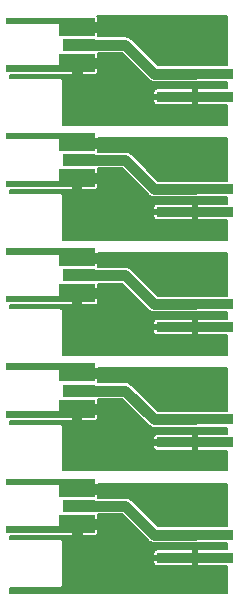
<source format=gbr>
G04 #@! TF.GenerationSoftware,KiCad,Pcbnew,(5.0.2)-1*
G04 #@! TF.CreationDate,2019-09-04T12:50:55-04:00*
G04 #@! TF.ProjectId,MMCX_2DD-100P_Even,4d4d4358-5f32-4444-942d-313030505f45,rev?*
G04 #@! TF.SameCoordinates,Original*
G04 #@! TF.FileFunction,Copper,L2,Bot*
G04 #@! TF.FilePolarity,Positive*
%FSLAX46Y46*%
G04 Gerber Fmt 4.6, Leading zero omitted, Abs format (unit mm)*
G04 Created by KiCad (PCBNEW (5.0.2)-1) date 9/4/2019 12:50:55 PM*
%MOMM*%
%LPD*%
G01*
G04 APERTURE LIST*
G04 #@! TA.AperFunction,SMDPad,CuDef*
%ADD10R,6.477000X0.883920*%
G04 #@! TD*
G04 #@! TA.AperFunction,SMDPad,CuDef*
%ADD11R,2.695200X1.092200*%
G04 #@! TD*
G04 #@! TA.AperFunction,SMDPad,CuDef*
%ADD12C,1.525300*%
G04 #@! TD*
G04 #@! TA.AperFunction,Conductor*
%ADD13C,0.100000*%
G04 #@! TD*
G04 #@! TA.AperFunction,ViaPad*
%ADD14C,0.800000*%
G04 #@! TD*
G04 #@! TA.AperFunction,Conductor*
%ADD15C,0.896620*%
G04 #@! TD*
G04 #@! TA.AperFunction,Conductor*
%ADD16C,0.883920*%
G04 #@! TD*
G04 #@! TA.AperFunction,Conductor*
%ADD17C,0.152400*%
G04 #@! TD*
G04 APERTURE END LIST*
D10*
G04 #@! TO.P,J2,1*
G04 #@! TO.N,Net-(J1-Pad1)*
X156189135Y-27050609D03*
G04 #@! TO.P,J2,3*
G04 #@! TO.N,Net-(J1-Pad2)*
X156189135Y-29002319D03*
G04 #@! TD*
G04 #@! TO.P,J5,1*
G04 #@! TO.N,Net-(J4-Pad1)*
X156189135Y-36809129D03*
G04 #@! TO.P,J5,3*
G04 #@! TO.N,Net-(J4-Pad2)*
X156189135Y-38760839D03*
G04 #@! TD*
G04 #@! TO.P,J8,1*
G04 #@! TO.N,Net-(J7-Pad1)*
X156189135Y-46567649D03*
G04 #@! TO.P,J8,3*
G04 #@! TO.N,Net-(J7-Pad2)*
X156189135Y-48519359D03*
G04 #@! TD*
G04 #@! TO.P,J11,1*
G04 #@! TO.N,Net-(J10-Pad1)*
X156189135Y-56326172D03*
G04 #@! TO.P,J11,3*
G04 #@! TO.N,Net-(J10-Pad2)*
X156189135Y-58277882D03*
G04 #@! TD*
G04 #@! TO.P,J14,1*
G04 #@! TO.N,Net-(J13-Pad1)*
X156189135Y-66084689D03*
G04 #@! TO.P,J14,3*
G04 #@! TO.N,Net-(J13-Pad2)*
X156189135Y-68036399D03*
G04 #@! TD*
D11*
G04 #@! TO.P,J1,1*
G04 #@! TO.N,Net-(J1-Pad1)*
X146393385Y-24610985D03*
D12*
G04 #@! TO.P,J1,2*
G04 #@! TO.N,Net-(J1-Pad2)*
X146240985Y-26148335D03*
D13*
G04 #@! TD*
G04 #@! TO.N,Net-(J1-Pad2)*
G04 #@! TO.C,J1*
G36*
X147740985Y-26910985D02*
X140240985Y-26910985D01*
X140240985Y-26360985D01*
X144740985Y-26360985D01*
X144740985Y-25385685D01*
X147740985Y-25385685D01*
X147740985Y-26910985D01*
X147740985Y-26910985D01*
G37*
D12*
G04 #@! TO.P,J1,2*
G04 #@! TO.N,Net-(J1-Pad2)*
X146240985Y-23073635D03*
D13*
G04 #@! TD*
G04 #@! TO.N,Net-(J1-Pad2)*
G04 #@! TO.C,J1*
G36*
X147740985Y-23836285D02*
X144740985Y-23836285D01*
X144740985Y-22860985D01*
X140240985Y-22860985D01*
X140240985Y-22310985D01*
X147740985Y-22310985D01*
X147740985Y-23836285D01*
X147740985Y-23836285D01*
G37*
D12*
G04 #@! TO.P,J4,2*
G04 #@! TO.N,Net-(J4-Pad2)*
X146240985Y-32832155D03*
D13*
G04 #@! TD*
G04 #@! TO.N,Net-(J4-Pad2)*
G04 #@! TO.C,J4*
G36*
X147740985Y-33594805D02*
X144740985Y-33594805D01*
X144740985Y-32619505D01*
X140240985Y-32619505D01*
X140240985Y-32069505D01*
X147740985Y-32069505D01*
X147740985Y-33594805D01*
X147740985Y-33594805D01*
G37*
D12*
G04 #@! TO.P,J4,2*
G04 #@! TO.N,Net-(J4-Pad2)*
X146240985Y-35906855D03*
D13*
G04 #@! TD*
G04 #@! TO.N,Net-(J4-Pad2)*
G04 #@! TO.C,J4*
G36*
X147740985Y-36669505D02*
X140240985Y-36669505D01*
X140240985Y-36119505D01*
X144740985Y-36119505D01*
X144740985Y-35144205D01*
X147740985Y-35144205D01*
X147740985Y-36669505D01*
X147740985Y-36669505D01*
G37*
D11*
G04 #@! TO.P,J4,1*
G04 #@! TO.N,Net-(J4-Pad1)*
X146393385Y-34369505D03*
G04 #@! TD*
D12*
G04 #@! TO.P,J7,2*
G04 #@! TO.N,Net-(J7-Pad2)*
X146240985Y-42590675D03*
D13*
G04 #@! TD*
G04 #@! TO.N,Net-(J7-Pad2)*
G04 #@! TO.C,J7*
G36*
X147740985Y-43353325D02*
X144740985Y-43353325D01*
X144740985Y-42378025D01*
X140240985Y-42378025D01*
X140240985Y-41828025D01*
X147740985Y-41828025D01*
X147740985Y-43353325D01*
X147740985Y-43353325D01*
G37*
D12*
G04 #@! TO.P,J7,2*
G04 #@! TO.N,Net-(J7-Pad2)*
X146240985Y-45665375D03*
D13*
G04 #@! TD*
G04 #@! TO.N,Net-(J7-Pad2)*
G04 #@! TO.C,J7*
G36*
X147740985Y-46428025D02*
X140240985Y-46428025D01*
X140240985Y-45878025D01*
X144740985Y-45878025D01*
X144740985Y-44902725D01*
X147740985Y-44902725D01*
X147740985Y-46428025D01*
X147740985Y-46428025D01*
G37*
D11*
G04 #@! TO.P,J7,1*
G04 #@! TO.N,Net-(J7-Pad1)*
X146393385Y-44128025D03*
G04 #@! TD*
D12*
G04 #@! TO.P,J10,2*
G04 #@! TO.N,Net-(J10-Pad2)*
X146240985Y-52349195D03*
D13*
G04 #@! TD*
G04 #@! TO.N,Net-(J10-Pad2)*
G04 #@! TO.C,J10*
G36*
X147740985Y-53111845D02*
X144740985Y-53111845D01*
X144740985Y-52136545D01*
X140240985Y-52136545D01*
X140240985Y-51586545D01*
X147740985Y-51586545D01*
X147740985Y-53111845D01*
X147740985Y-53111845D01*
G37*
D12*
G04 #@! TO.P,J10,2*
G04 #@! TO.N,Net-(J10-Pad2)*
X146240985Y-55423895D03*
D13*
G04 #@! TD*
G04 #@! TO.N,Net-(J10-Pad2)*
G04 #@! TO.C,J10*
G36*
X147740985Y-56186545D02*
X140240985Y-56186545D01*
X140240985Y-55636545D01*
X144740985Y-55636545D01*
X144740985Y-54661245D01*
X147740985Y-54661245D01*
X147740985Y-56186545D01*
X147740985Y-56186545D01*
G37*
D11*
G04 #@! TO.P,J10,1*
G04 #@! TO.N,Net-(J10-Pad1)*
X146393385Y-53886545D03*
G04 #@! TD*
D12*
G04 #@! TO.P,J13,2*
G04 #@! TO.N,Net-(J13-Pad2)*
X146240985Y-62107715D03*
D13*
G04 #@! TD*
G04 #@! TO.N,Net-(J13-Pad2)*
G04 #@! TO.C,J13*
G36*
X147740985Y-62870365D02*
X144740985Y-62870365D01*
X144740985Y-61895065D01*
X140240985Y-61895065D01*
X140240985Y-61345065D01*
X147740985Y-61345065D01*
X147740985Y-62870365D01*
X147740985Y-62870365D01*
G37*
D12*
G04 #@! TO.P,J13,2*
G04 #@! TO.N,Net-(J13-Pad2)*
X146240985Y-65182415D03*
D13*
G04 #@! TD*
G04 #@! TO.N,Net-(J13-Pad2)*
G04 #@! TO.C,J13*
G36*
X147740985Y-65945065D02*
X140240985Y-65945065D01*
X140240985Y-65395065D01*
X144740985Y-65395065D01*
X144740985Y-64419765D01*
X147740985Y-64419765D01*
X147740985Y-65945065D01*
X147740985Y-65945065D01*
G37*
D11*
G04 #@! TO.P,J13,1*
G04 #@! TO.N,Net-(J13-Pad1)*
X146393385Y-63645065D03*
G04 #@! TD*
D14*
G04 #@! TO.N,Net-(J1-Pad2)*
X148382319Y-28026467D03*
X148382319Y-23147201D03*
X149846097Y-26074763D03*
X150334023Y-23147207D03*
X151797801Y-24123059D03*
X148382319Y-30954023D03*
X148382319Y-26148335D03*
X155701209Y-25586837D03*
X151797801Y-29978171D03*
X150334023Y-30954023D03*
X158140839Y-25586837D03*
X149846097Y-28026467D03*
X153261579Y-30466097D03*
X150821949Y-27050615D03*
X155701209Y-30466097D03*
X158140839Y-30466097D03*
X153261579Y-25586837D03*
G04 #@! TO.N,Net-(J4-Pad2)*
X153261579Y-40224617D03*
X155701209Y-40224617D03*
X158140839Y-40224617D03*
X148382319Y-32905727D03*
X148382319Y-37784987D03*
X148382319Y-40761159D03*
X148382319Y-35833283D03*
X151797801Y-33881579D03*
X151797801Y-39736691D03*
X150334023Y-40712543D03*
X149846097Y-37784987D03*
X149846097Y-35833283D03*
X150821949Y-36809135D03*
X150334023Y-32905727D03*
X153261579Y-35345357D03*
X155701209Y-35345357D03*
X158140839Y-35345357D03*
G04 #@! TO.N,Net-(J7-Pad2)*
X153261579Y-49983137D03*
X155701209Y-49983137D03*
X158140839Y-49983137D03*
X148382319Y-47543507D03*
X148382319Y-45591803D03*
X151797801Y-49495211D03*
X150334023Y-50471063D03*
X149846097Y-45591803D03*
X150821949Y-46567655D03*
X148382319Y-50519709D03*
X151797801Y-43640099D03*
X148382319Y-42664247D03*
X150334023Y-42664247D03*
X153261579Y-45103877D03*
X155701209Y-45103877D03*
X158140839Y-45103877D03*
X149846097Y-47543507D03*
G04 #@! TO.N,Net-(J10-Pad2)*
X153261579Y-59741657D03*
X155701209Y-59741657D03*
X158140839Y-59741657D03*
X148382319Y-57302027D03*
X148382337Y-60303155D03*
X148382337Y-52422866D03*
X148382319Y-55350323D03*
X149846097Y-55350323D03*
X150334023Y-60229583D03*
X151797801Y-53398619D03*
X151797801Y-59253731D03*
X150821949Y-56326175D03*
X150334023Y-52422767D03*
X153261579Y-54862397D03*
X155701209Y-54862397D03*
X158140839Y-54862397D03*
X149846097Y-57302027D03*
G04 #@! TO.N,Net-(J13-Pad2)*
X155701209Y-69500177D03*
X151797801Y-69012251D03*
X149846097Y-65108843D03*
X148382319Y-67060547D03*
X148382337Y-62181441D03*
X148382337Y-70036809D03*
X148308931Y-65182415D03*
X150334023Y-69988103D03*
X158140839Y-69500177D03*
X150821949Y-66084695D03*
X153261579Y-69500177D03*
X150334023Y-62181287D03*
X158140839Y-64620917D03*
X155701209Y-64620917D03*
X153261579Y-64620917D03*
X151797801Y-63157139D03*
X149846097Y-67060547D03*
G04 #@! TD*
D15*
G04 #@! TO.N,Net-(J1-Pad1)*
X146393385Y-24610985D02*
X150334023Y-24610985D01*
X152773647Y-27050609D02*
X156189135Y-27050609D01*
X150334023Y-24610985D02*
X152773647Y-27050609D01*
G04 #@! TO.N,Net-(J1-Pad2)*
X146240985Y-26148335D02*
X148308771Y-26148335D01*
X148382319Y-23147201D02*
X146314551Y-23147201D01*
X146240985Y-26148335D02*
X146240985Y-27348911D01*
G04 #@! TO.N,Net-(J4-Pad1)*
X146393385Y-34369505D02*
X150334023Y-34369505D01*
X152773647Y-36809129D02*
X156189135Y-36809129D01*
X150334023Y-34369505D02*
X152773647Y-36809129D01*
D16*
G04 #@! TO.N,Net-(J4-Pad2)*
X146240985Y-37402230D02*
X146240985Y-36022913D01*
X146240985Y-36022913D02*
X146430582Y-35833316D01*
D15*
X146240985Y-37736461D02*
X147942919Y-37736461D01*
X146240985Y-35906855D02*
X148308747Y-35906855D01*
X148382319Y-32905727D02*
X146314557Y-32905727D01*
G04 #@! TO.N,Net-(J7-Pad1)*
X146393385Y-44128025D02*
X150334023Y-44128025D01*
X152773647Y-46567649D02*
X156189135Y-46567649D01*
X150334023Y-44128025D02*
X152773647Y-46567649D01*
D16*
G04 #@! TO.N,Net-(J7-Pad2)*
X146240985Y-47160780D02*
X146240985Y-45781433D01*
X146240985Y-45781433D02*
X146430549Y-45591869D01*
D15*
X146240985Y-47495011D02*
X147942889Y-47495011D01*
X146240985Y-45665375D02*
X148308851Y-45665375D01*
X148382319Y-42664247D02*
X146314557Y-42664247D01*
G04 #@! TO.N,Net-(J10-Pad1)*
X146393385Y-53886545D02*
X150334023Y-53886545D01*
X152773650Y-56326172D02*
X156189135Y-56326172D01*
X150334023Y-53886545D02*
X152773650Y-56326172D01*
D16*
G04 #@! TO.N,Net-(J10-Pad2)*
X146240985Y-57271040D02*
X146240985Y-55539953D01*
D15*
X146240985Y-55423895D02*
X148308891Y-55423895D01*
X148382337Y-52422866D02*
X146314656Y-52422866D01*
G04 #@! TO.N,Net-(J13-Pad1)*
X146393385Y-63645065D02*
X150334023Y-63645065D01*
X152773647Y-66084689D02*
X156189135Y-66084689D01*
X150334023Y-63645065D02*
X152773647Y-66084689D01*
D16*
G04 #@! TO.N,Net-(J13-Pad2)*
X146240985Y-65298473D02*
X146430483Y-65108975D01*
D15*
X146240985Y-65182415D02*
X148308931Y-65182415D01*
X148382337Y-62181441D02*
X146314711Y-62181441D01*
X146240985Y-65182415D02*
X146240985Y-66382991D01*
G04 #@! TD*
D17*
G04 #@! TO.N,Net-(J1-Pad2)*
G36*
X152252646Y-27522825D02*
X152274636Y-27549620D01*
X152381577Y-27637384D01*
X152503584Y-27702598D01*
X152635970Y-27742757D01*
X152739147Y-27752919D01*
X152739156Y-27752919D01*
X152773646Y-27756316D01*
X152808136Y-27752919D01*
X156223635Y-27752919D01*
X156275640Y-27747797D01*
X158941700Y-27747797D01*
X158941700Y-28306359D01*
X156430435Y-28306359D01*
X156366935Y-28369859D01*
X156366935Y-28824519D01*
X156386935Y-28824519D01*
X156386935Y-29180119D01*
X156366935Y-29180119D01*
X156366935Y-29634779D01*
X156430435Y-29698279D01*
X158941700Y-29698279D01*
X158941700Y-31365749D01*
X145046737Y-31365749D01*
X145065239Y-31304758D01*
X145071591Y-31240263D01*
X145070000Y-31224109D01*
X145070000Y-29243619D01*
X152696635Y-29243619D01*
X152696635Y-29469296D01*
X152706396Y-29518368D01*
X152725543Y-29564593D01*
X152753340Y-29606194D01*
X152788719Y-29641574D01*
X152830321Y-29669371D01*
X152876546Y-29688518D01*
X152925618Y-29698279D01*
X155947835Y-29698279D01*
X156011335Y-29634779D01*
X156011335Y-29180119D01*
X152760135Y-29180119D01*
X152696635Y-29243619D01*
X145070000Y-29243619D01*
X145070000Y-28535342D01*
X152696635Y-28535342D01*
X152696635Y-28761019D01*
X152760135Y-28824519D01*
X156011335Y-28824519D01*
X156011335Y-28369859D01*
X155947835Y-28306359D01*
X152925618Y-28306359D01*
X152876546Y-28316120D01*
X152830321Y-28335267D01*
X152788719Y-28363064D01*
X152753340Y-28398444D01*
X152725543Y-28440045D01*
X152706396Y-28486270D01*
X152696635Y-28535342D01*
X145070000Y-28535342D01*
X145070000Y-27756417D01*
X145071591Y-27740263D01*
X145065239Y-27675768D01*
X145046426Y-27613751D01*
X145015876Y-27556596D01*
X144974763Y-27506500D01*
X144924667Y-27465387D01*
X144867512Y-27434837D01*
X144805495Y-27416024D01*
X144757154Y-27411263D01*
X144741000Y-27409672D01*
X144724846Y-27411263D01*
X140570000Y-27411263D01*
X140570000Y-27166214D01*
X147740985Y-27166214D01*
X147790778Y-27161310D01*
X147838657Y-27146786D01*
X147882783Y-27123200D01*
X147921459Y-27091459D01*
X147953200Y-27052783D01*
X147976786Y-27008657D01*
X147991310Y-26960778D01*
X147996214Y-26910985D01*
X147996214Y-25385685D01*
X147991310Y-25335892D01*
X147984455Y-25313295D01*
X150043118Y-25313295D01*
X152252646Y-27522825D01*
X152252646Y-27522825D01*
G37*
X152252646Y-27522825D02*
X152274636Y-27549620D01*
X152381577Y-27637384D01*
X152503584Y-27702598D01*
X152635970Y-27742757D01*
X152739147Y-27752919D01*
X152739156Y-27752919D01*
X152773646Y-27756316D01*
X152808136Y-27752919D01*
X156223635Y-27752919D01*
X156275640Y-27747797D01*
X158941700Y-27747797D01*
X158941700Y-28306359D01*
X156430435Y-28306359D01*
X156366935Y-28369859D01*
X156366935Y-28824519D01*
X156386935Y-28824519D01*
X156386935Y-29180119D01*
X156366935Y-29180119D01*
X156366935Y-29634779D01*
X156430435Y-29698279D01*
X158941700Y-29698279D01*
X158941700Y-31365749D01*
X145046737Y-31365749D01*
X145065239Y-31304758D01*
X145071591Y-31240263D01*
X145070000Y-31224109D01*
X145070000Y-29243619D01*
X152696635Y-29243619D01*
X152696635Y-29469296D01*
X152706396Y-29518368D01*
X152725543Y-29564593D01*
X152753340Y-29606194D01*
X152788719Y-29641574D01*
X152830321Y-29669371D01*
X152876546Y-29688518D01*
X152925618Y-29698279D01*
X155947835Y-29698279D01*
X156011335Y-29634779D01*
X156011335Y-29180119D01*
X152760135Y-29180119D01*
X152696635Y-29243619D01*
X145070000Y-29243619D01*
X145070000Y-28535342D01*
X152696635Y-28535342D01*
X152696635Y-28761019D01*
X152760135Y-28824519D01*
X156011335Y-28824519D01*
X156011335Y-28369859D01*
X155947835Y-28306359D01*
X152925618Y-28306359D01*
X152876546Y-28316120D01*
X152830321Y-28335267D01*
X152788719Y-28363064D01*
X152753340Y-28398444D01*
X152725543Y-28440045D01*
X152706396Y-28486270D01*
X152696635Y-28535342D01*
X145070000Y-28535342D01*
X145070000Y-27756417D01*
X145071591Y-27740263D01*
X145065239Y-27675768D01*
X145046426Y-27613751D01*
X145015876Y-27556596D01*
X144974763Y-27506500D01*
X144924667Y-27465387D01*
X144867512Y-27434837D01*
X144805495Y-27416024D01*
X144757154Y-27411263D01*
X144741000Y-27409672D01*
X144724846Y-27411263D01*
X140570000Y-27411263D01*
X140570000Y-27166214D01*
X147740985Y-27166214D01*
X147790778Y-27161310D01*
X147838657Y-27146786D01*
X147882783Y-27123200D01*
X147921459Y-27091459D01*
X147953200Y-27052783D01*
X147976786Y-27008657D01*
X147991310Y-26960778D01*
X147996214Y-26910985D01*
X147996214Y-25385685D01*
X147991310Y-25335892D01*
X147984455Y-25313295D01*
X150043118Y-25313295D01*
X152252646Y-27522825D01*
G36*
X158941700Y-26353421D02*
X156275640Y-26353421D01*
X156223635Y-26348299D01*
X153064554Y-26348299D01*
X150855033Y-24138780D01*
X150833034Y-24111974D01*
X150726093Y-24024210D01*
X150604086Y-23958996D01*
X150471700Y-23918837D01*
X150368523Y-23908675D01*
X150368521Y-23908675D01*
X150334023Y-23905277D01*
X150299525Y-23908675D01*
X147984455Y-23908675D01*
X147991310Y-23886078D01*
X147996214Y-23836285D01*
X147996214Y-22310985D01*
X147991310Y-22261192D01*
X147976786Y-22213313D01*
X147953200Y-22169187D01*
X147929247Y-22140000D01*
X158941700Y-22140000D01*
X158941700Y-26353421D01*
X158941700Y-26353421D01*
G37*
X158941700Y-26353421D02*
X156275640Y-26353421D01*
X156223635Y-26348299D01*
X153064554Y-26348299D01*
X150855033Y-24138780D01*
X150833034Y-24111974D01*
X150726093Y-24024210D01*
X150604086Y-23958996D01*
X150471700Y-23918837D01*
X150368523Y-23908675D01*
X150368521Y-23908675D01*
X150334023Y-23905277D01*
X150299525Y-23908675D01*
X147984455Y-23908675D01*
X147991310Y-23886078D01*
X147996214Y-23836285D01*
X147996214Y-22310985D01*
X147991310Y-22261192D01*
X147976786Y-22213313D01*
X147953200Y-22169187D01*
X147929247Y-22140000D01*
X158941700Y-22140000D01*
X158941700Y-26353421D01*
G04 #@! TO.N,Net-(J4-Pad2)*
G36*
X152252646Y-37281345D02*
X152274636Y-37308140D01*
X152381577Y-37395904D01*
X152503584Y-37461118D01*
X152635970Y-37501277D01*
X152739147Y-37511439D01*
X152739156Y-37511439D01*
X152773646Y-37514836D01*
X152808136Y-37511439D01*
X156223635Y-37511439D01*
X156275640Y-37506317D01*
X158941700Y-37506317D01*
X158941700Y-38064879D01*
X156430435Y-38064879D01*
X156366935Y-38128379D01*
X156366935Y-38583039D01*
X156386935Y-38583039D01*
X156386935Y-38938639D01*
X156366935Y-38938639D01*
X156366935Y-39393299D01*
X156430435Y-39456799D01*
X158941700Y-39456799D01*
X158941700Y-41124269D01*
X145046739Y-41124269D01*
X145065239Y-41063284D01*
X145071591Y-40998789D01*
X145070000Y-40982635D01*
X145070000Y-39002139D01*
X152696635Y-39002139D01*
X152696635Y-39227816D01*
X152706396Y-39276888D01*
X152725543Y-39323113D01*
X152753340Y-39364714D01*
X152788719Y-39400094D01*
X152830321Y-39427891D01*
X152876546Y-39447038D01*
X152925618Y-39456799D01*
X155947835Y-39456799D01*
X156011335Y-39393299D01*
X156011335Y-38938639D01*
X152760135Y-38938639D01*
X152696635Y-39002139D01*
X145070000Y-39002139D01*
X145070000Y-38293862D01*
X152696635Y-38293862D01*
X152696635Y-38519539D01*
X152760135Y-38583039D01*
X156011335Y-38583039D01*
X156011335Y-38128379D01*
X155947835Y-38064879D01*
X152925618Y-38064879D01*
X152876546Y-38074640D01*
X152830321Y-38093787D01*
X152788719Y-38121584D01*
X152753340Y-38156964D01*
X152725543Y-38198565D01*
X152706396Y-38244790D01*
X152696635Y-38293862D01*
X145070000Y-38293862D01*
X145070000Y-37514943D01*
X145071591Y-37498789D01*
X145065239Y-37434294D01*
X145046426Y-37372277D01*
X145015876Y-37315122D01*
X144974763Y-37265026D01*
X144924667Y-37223913D01*
X144867512Y-37193363D01*
X144805495Y-37174550D01*
X144757154Y-37169789D01*
X144741000Y-37168198D01*
X144724846Y-37169789D01*
X140570000Y-37169789D01*
X140570000Y-36924734D01*
X147740985Y-36924734D01*
X147790778Y-36919830D01*
X147838657Y-36905306D01*
X147882783Y-36881720D01*
X147921459Y-36849979D01*
X147953200Y-36811303D01*
X147976786Y-36767177D01*
X147991310Y-36719298D01*
X147996214Y-36669505D01*
X147996214Y-35144205D01*
X147991310Y-35094412D01*
X147984455Y-35071815D01*
X150043118Y-35071815D01*
X152252646Y-37281345D01*
X152252646Y-37281345D01*
G37*
X152252646Y-37281345D02*
X152274636Y-37308140D01*
X152381577Y-37395904D01*
X152503584Y-37461118D01*
X152635970Y-37501277D01*
X152739147Y-37511439D01*
X152739156Y-37511439D01*
X152773646Y-37514836D01*
X152808136Y-37511439D01*
X156223635Y-37511439D01*
X156275640Y-37506317D01*
X158941700Y-37506317D01*
X158941700Y-38064879D01*
X156430435Y-38064879D01*
X156366935Y-38128379D01*
X156366935Y-38583039D01*
X156386935Y-38583039D01*
X156386935Y-38938639D01*
X156366935Y-38938639D01*
X156366935Y-39393299D01*
X156430435Y-39456799D01*
X158941700Y-39456799D01*
X158941700Y-41124269D01*
X145046739Y-41124269D01*
X145065239Y-41063284D01*
X145071591Y-40998789D01*
X145070000Y-40982635D01*
X145070000Y-39002139D01*
X152696635Y-39002139D01*
X152696635Y-39227816D01*
X152706396Y-39276888D01*
X152725543Y-39323113D01*
X152753340Y-39364714D01*
X152788719Y-39400094D01*
X152830321Y-39427891D01*
X152876546Y-39447038D01*
X152925618Y-39456799D01*
X155947835Y-39456799D01*
X156011335Y-39393299D01*
X156011335Y-38938639D01*
X152760135Y-38938639D01*
X152696635Y-39002139D01*
X145070000Y-39002139D01*
X145070000Y-38293862D01*
X152696635Y-38293862D01*
X152696635Y-38519539D01*
X152760135Y-38583039D01*
X156011335Y-38583039D01*
X156011335Y-38128379D01*
X155947835Y-38064879D01*
X152925618Y-38064879D01*
X152876546Y-38074640D01*
X152830321Y-38093787D01*
X152788719Y-38121584D01*
X152753340Y-38156964D01*
X152725543Y-38198565D01*
X152706396Y-38244790D01*
X152696635Y-38293862D01*
X145070000Y-38293862D01*
X145070000Y-37514943D01*
X145071591Y-37498789D01*
X145065239Y-37434294D01*
X145046426Y-37372277D01*
X145015876Y-37315122D01*
X144974763Y-37265026D01*
X144924667Y-37223913D01*
X144867512Y-37193363D01*
X144805495Y-37174550D01*
X144757154Y-37169789D01*
X144741000Y-37168198D01*
X144724846Y-37169789D01*
X140570000Y-37169789D01*
X140570000Y-36924734D01*
X147740985Y-36924734D01*
X147790778Y-36919830D01*
X147838657Y-36905306D01*
X147882783Y-36881720D01*
X147921459Y-36849979D01*
X147953200Y-36811303D01*
X147976786Y-36767177D01*
X147991310Y-36719298D01*
X147996214Y-36669505D01*
X147996214Y-35144205D01*
X147991310Y-35094412D01*
X147984455Y-35071815D01*
X150043118Y-35071815D01*
X152252646Y-37281345D01*
G36*
X158941700Y-36111941D02*
X156275640Y-36111941D01*
X156223635Y-36106819D01*
X153064554Y-36106819D01*
X150855033Y-33897300D01*
X150833034Y-33870494D01*
X150726093Y-33782730D01*
X150604086Y-33717516D01*
X150471700Y-33677357D01*
X150368523Y-33667195D01*
X150368521Y-33667195D01*
X150334023Y-33663797D01*
X150299525Y-33667195D01*
X147984455Y-33667195D01*
X147991310Y-33644598D01*
X147996214Y-33594805D01*
X147996214Y-32494001D01*
X158941700Y-32494001D01*
X158941700Y-36111941D01*
X158941700Y-36111941D01*
G37*
X158941700Y-36111941D02*
X156275640Y-36111941D01*
X156223635Y-36106819D01*
X153064554Y-36106819D01*
X150855033Y-33897300D01*
X150833034Y-33870494D01*
X150726093Y-33782730D01*
X150604086Y-33717516D01*
X150471700Y-33677357D01*
X150368523Y-33667195D01*
X150368521Y-33667195D01*
X150334023Y-33663797D01*
X150299525Y-33667195D01*
X147984455Y-33667195D01*
X147991310Y-33644598D01*
X147996214Y-33594805D01*
X147996214Y-32494001D01*
X158941700Y-32494001D01*
X158941700Y-36111941D01*
G04 #@! TO.N,Net-(J7-Pad2)*
G36*
X152252646Y-47039865D02*
X152274636Y-47066660D01*
X152381577Y-47154424D01*
X152503584Y-47219638D01*
X152635970Y-47259797D01*
X152739147Y-47269959D01*
X152739156Y-47269959D01*
X152773646Y-47273356D01*
X152808136Y-47269959D01*
X156223635Y-47269959D01*
X156275640Y-47264837D01*
X158941701Y-47264837D01*
X158941701Y-47823399D01*
X156430435Y-47823399D01*
X156366935Y-47886899D01*
X156366935Y-48341559D01*
X156386935Y-48341559D01*
X156386935Y-48697159D01*
X156366935Y-48697159D01*
X156366935Y-49151819D01*
X156430435Y-49215319D01*
X158941701Y-49215319D01*
X158941701Y-50882789D01*
X145046741Y-50882789D01*
X145065239Y-50821810D01*
X145071591Y-50757315D01*
X145070000Y-50741161D01*
X145070000Y-48760659D01*
X152696635Y-48760659D01*
X152696635Y-48986336D01*
X152706396Y-49035408D01*
X152725543Y-49081633D01*
X152753340Y-49123234D01*
X152788719Y-49158614D01*
X152830321Y-49186411D01*
X152876546Y-49205558D01*
X152925618Y-49215319D01*
X155947835Y-49215319D01*
X156011335Y-49151819D01*
X156011335Y-48697159D01*
X152760135Y-48697159D01*
X152696635Y-48760659D01*
X145070000Y-48760659D01*
X145070000Y-48052382D01*
X152696635Y-48052382D01*
X152696635Y-48278059D01*
X152760135Y-48341559D01*
X156011335Y-48341559D01*
X156011335Y-47886899D01*
X155947835Y-47823399D01*
X152925618Y-47823399D01*
X152876546Y-47833160D01*
X152830321Y-47852307D01*
X152788719Y-47880104D01*
X152753340Y-47915484D01*
X152725543Y-47957085D01*
X152706396Y-48003310D01*
X152696635Y-48052382D01*
X145070000Y-48052382D01*
X145070000Y-47273469D01*
X145071591Y-47257315D01*
X145065239Y-47192820D01*
X145046426Y-47130803D01*
X145015876Y-47073648D01*
X144974763Y-47023552D01*
X144924667Y-46982439D01*
X144867512Y-46951889D01*
X144805495Y-46933076D01*
X144757154Y-46928315D01*
X144741000Y-46926724D01*
X144724846Y-46928315D01*
X140570000Y-46928315D01*
X140570000Y-46683254D01*
X147740985Y-46683254D01*
X147790778Y-46678350D01*
X147838657Y-46663826D01*
X147882783Y-46640240D01*
X147921459Y-46608499D01*
X147953200Y-46569823D01*
X147976786Y-46525697D01*
X147991310Y-46477818D01*
X147996214Y-46428025D01*
X147996214Y-44902725D01*
X147991310Y-44852932D01*
X147984455Y-44830335D01*
X150043118Y-44830335D01*
X152252646Y-47039865D01*
X152252646Y-47039865D01*
G37*
X152252646Y-47039865D02*
X152274636Y-47066660D01*
X152381577Y-47154424D01*
X152503584Y-47219638D01*
X152635970Y-47259797D01*
X152739147Y-47269959D01*
X152739156Y-47269959D01*
X152773646Y-47273356D01*
X152808136Y-47269959D01*
X156223635Y-47269959D01*
X156275640Y-47264837D01*
X158941701Y-47264837D01*
X158941701Y-47823399D01*
X156430435Y-47823399D01*
X156366935Y-47886899D01*
X156366935Y-48341559D01*
X156386935Y-48341559D01*
X156386935Y-48697159D01*
X156366935Y-48697159D01*
X156366935Y-49151819D01*
X156430435Y-49215319D01*
X158941701Y-49215319D01*
X158941701Y-50882789D01*
X145046741Y-50882789D01*
X145065239Y-50821810D01*
X145071591Y-50757315D01*
X145070000Y-50741161D01*
X145070000Y-48760659D01*
X152696635Y-48760659D01*
X152696635Y-48986336D01*
X152706396Y-49035408D01*
X152725543Y-49081633D01*
X152753340Y-49123234D01*
X152788719Y-49158614D01*
X152830321Y-49186411D01*
X152876546Y-49205558D01*
X152925618Y-49215319D01*
X155947835Y-49215319D01*
X156011335Y-49151819D01*
X156011335Y-48697159D01*
X152760135Y-48697159D01*
X152696635Y-48760659D01*
X145070000Y-48760659D01*
X145070000Y-48052382D01*
X152696635Y-48052382D01*
X152696635Y-48278059D01*
X152760135Y-48341559D01*
X156011335Y-48341559D01*
X156011335Y-47886899D01*
X155947835Y-47823399D01*
X152925618Y-47823399D01*
X152876546Y-47833160D01*
X152830321Y-47852307D01*
X152788719Y-47880104D01*
X152753340Y-47915484D01*
X152725543Y-47957085D01*
X152706396Y-48003310D01*
X152696635Y-48052382D01*
X145070000Y-48052382D01*
X145070000Y-47273469D01*
X145071591Y-47257315D01*
X145065239Y-47192820D01*
X145046426Y-47130803D01*
X145015876Y-47073648D01*
X144974763Y-47023552D01*
X144924667Y-46982439D01*
X144867512Y-46951889D01*
X144805495Y-46933076D01*
X144757154Y-46928315D01*
X144741000Y-46926724D01*
X144724846Y-46928315D01*
X140570000Y-46928315D01*
X140570000Y-46683254D01*
X147740985Y-46683254D01*
X147790778Y-46678350D01*
X147838657Y-46663826D01*
X147882783Y-46640240D01*
X147921459Y-46608499D01*
X147953200Y-46569823D01*
X147976786Y-46525697D01*
X147991310Y-46477818D01*
X147996214Y-46428025D01*
X147996214Y-44902725D01*
X147991310Y-44852932D01*
X147984455Y-44830335D01*
X150043118Y-44830335D01*
X152252646Y-47039865D01*
G36*
X158941700Y-45870461D02*
X156275640Y-45870461D01*
X156223635Y-45865339D01*
X153064554Y-45865339D01*
X150855033Y-43655820D01*
X150833034Y-43629014D01*
X150726093Y-43541250D01*
X150604086Y-43476036D01*
X150471700Y-43435877D01*
X150368523Y-43425715D01*
X150368521Y-43425715D01*
X150334023Y-43422317D01*
X150299525Y-43425715D01*
X147984455Y-43425715D01*
X147991310Y-43403118D01*
X147996214Y-43353325D01*
X147996214Y-42252521D01*
X158941700Y-42252521D01*
X158941700Y-45870461D01*
X158941700Y-45870461D01*
G37*
X158941700Y-45870461D02*
X156275640Y-45870461D01*
X156223635Y-45865339D01*
X153064554Y-45865339D01*
X150855033Y-43655820D01*
X150833034Y-43629014D01*
X150726093Y-43541250D01*
X150604086Y-43476036D01*
X150471700Y-43435877D01*
X150368523Y-43425715D01*
X150368521Y-43425715D01*
X150334023Y-43422317D01*
X150299525Y-43425715D01*
X147984455Y-43425715D01*
X147991310Y-43403118D01*
X147996214Y-43353325D01*
X147996214Y-42252521D01*
X158941700Y-42252521D01*
X158941700Y-45870461D01*
G04 #@! TO.N,Net-(J10-Pad2)*
G36*
X152252644Y-56798382D02*
X152274639Y-56825183D01*
X152352803Y-56889330D01*
X152381580Y-56912947D01*
X152503587Y-56978161D01*
X152635973Y-57018320D01*
X152773650Y-57031880D01*
X152808150Y-57028482D01*
X156223635Y-57028482D01*
X156275640Y-57023360D01*
X158941701Y-57023360D01*
X158941701Y-57581922D01*
X156430435Y-57581922D01*
X156366935Y-57645422D01*
X156366935Y-58100082D01*
X156386935Y-58100082D01*
X156386935Y-58455682D01*
X156366935Y-58455682D01*
X156366935Y-58910342D01*
X156430435Y-58973842D01*
X158941701Y-58973842D01*
X158941701Y-60641309D01*
X145046743Y-60641309D01*
X145065239Y-60580336D01*
X145071591Y-60515841D01*
X145070000Y-60499687D01*
X145070000Y-58519182D01*
X152696635Y-58519182D01*
X152696635Y-58744859D01*
X152706396Y-58793931D01*
X152725543Y-58840156D01*
X152753340Y-58881757D01*
X152788719Y-58917137D01*
X152830321Y-58944934D01*
X152876546Y-58964081D01*
X152925618Y-58973842D01*
X155947835Y-58973842D01*
X156011335Y-58910342D01*
X156011335Y-58455682D01*
X152760135Y-58455682D01*
X152696635Y-58519182D01*
X145070000Y-58519182D01*
X145070000Y-57810905D01*
X152696635Y-57810905D01*
X152696635Y-58036582D01*
X152760135Y-58100082D01*
X156011335Y-58100082D01*
X156011335Y-57645422D01*
X155947835Y-57581922D01*
X152925618Y-57581922D01*
X152876546Y-57591683D01*
X152830321Y-57610830D01*
X152788719Y-57638627D01*
X152753340Y-57674007D01*
X152725543Y-57715608D01*
X152706396Y-57761833D01*
X152696635Y-57810905D01*
X145070000Y-57810905D01*
X145070000Y-57031995D01*
X145071591Y-57015841D01*
X145065239Y-56951346D01*
X145046426Y-56889329D01*
X145015876Y-56832174D01*
X144974763Y-56782078D01*
X144924667Y-56740965D01*
X144867512Y-56710415D01*
X144805495Y-56691602D01*
X144757154Y-56686841D01*
X144741000Y-56685250D01*
X144724846Y-56686841D01*
X140570000Y-56686841D01*
X140570000Y-56441774D01*
X147740985Y-56441774D01*
X147790778Y-56436870D01*
X147838657Y-56422346D01*
X147882783Y-56398760D01*
X147921459Y-56367019D01*
X147953200Y-56328343D01*
X147976786Y-56284217D01*
X147991310Y-56236338D01*
X147996214Y-56186545D01*
X147996214Y-54661245D01*
X147991310Y-54611452D01*
X147984455Y-54588855D01*
X150043118Y-54588855D01*
X152252644Y-56798382D01*
X152252644Y-56798382D01*
G37*
X152252644Y-56798382D02*
X152274639Y-56825183D01*
X152352803Y-56889330D01*
X152381580Y-56912947D01*
X152503587Y-56978161D01*
X152635973Y-57018320D01*
X152773650Y-57031880D01*
X152808150Y-57028482D01*
X156223635Y-57028482D01*
X156275640Y-57023360D01*
X158941701Y-57023360D01*
X158941701Y-57581922D01*
X156430435Y-57581922D01*
X156366935Y-57645422D01*
X156366935Y-58100082D01*
X156386935Y-58100082D01*
X156386935Y-58455682D01*
X156366935Y-58455682D01*
X156366935Y-58910342D01*
X156430435Y-58973842D01*
X158941701Y-58973842D01*
X158941701Y-60641309D01*
X145046743Y-60641309D01*
X145065239Y-60580336D01*
X145071591Y-60515841D01*
X145070000Y-60499687D01*
X145070000Y-58519182D01*
X152696635Y-58519182D01*
X152696635Y-58744859D01*
X152706396Y-58793931D01*
X152725543Y-58840156D01*
X152753340Y-58881757D01*
X152788719Y-58917137D01*
X152830321Y-58944934D01*
X152876546Y-58964081D01*
X152925618Y-58973842D01*
X155947835Y-58973842D01*
X156011335Y-58910342D01*
X156011335Y-58455682D01*
X152760135Y-58455682D01*
X152696635Y-58519182D01*
X145070000Y-58519182D01*
X145070000Y-57810905D01*
X152696635Y-57810905D01*
X152696635Y-58036582D01*
X152760135Y-58100082D01*
X156011335Y-58100082D01*
X156011335Y-57645422D01*
X155947835Y-57581922D01*
X152925618Y-57581922D01*
X152876546Y-57591683D01*
X152830321Y-57610830D01*
X152788719Y-57638627D01*
X152753340Y-57674007D01*
X152725543Y-57715608D01*
X152706396Y-57761833D01*
X152696635Y-57810905D01*
X145070000Y-57810905D01*
X145070000Y-57031995D01*
X145071591Y-57015841D01*
X145065239Y-56951346D01*
X145046426Y-56889329D01*
X145015876Y-56832174D01*
X144974763Y-56782078D01*
X144924667Y-56740965D01*
X144867512Y-56710415D01*
X144805495Y-56691602D01*
X144757154Y-56686841D01*
X144741000Y-56685250D01*
X144724846Y-56686841D01*
X140570000Y-56686841D01*
X140570000Y-56441774D01*
X147740985Y-56441774D01*
X147790778Y-56436870D01*
X147838657Y-56422346D01*
X147882783Y-56398760D01*
X147921459Y-56367019D01*
X147953200Y-56328343D01*
X147976786Y-56284217D01*
X147991310Y-56236338D01*
X147996214Y-56186545D01*
X147996214Y-54661245D01*
X147991310Y-54611452D01*
X147984455Y-54588855D01*
X150043118Y-54588855D01*
X152252644Y-56798382D01*
G36*
X158941701Y-55628984D02*
X156275640Y-55628984D01*
X156223635Y-55623862D01*
X153064556Y-55623862D01*
X150855033Y-53414340D01*
X150833034Y-53387534D01*
X150726093Y-53299770D01*
X150604086Y-53234556D01*
X150471700Y-53194397D01*
X150368523Y-53184235D01*
X150368521Y-53184235D01*
X150334023Y-53180837D01*
X150299525Y-53184235D01*
X147984455Y-53184235D01*
X147991310Y-53161638D01*
X147996214Y-53111845D01*
X147996214Y-52011041D01*
X158941701Y-52011041D01*
X158941701Y-55628984D01*
X158941701Y-55628984D01*
G37*
X158941701Y-55628984D02*
X156275640Y-55628984D01*
X156223635Y-55623862D01*
X153064556Y-55623862D01*
X150855033Y-53414340D01*
X150833034Y-53387534D01*
X150726093Y-53299770D01*
X150604086Y-53234556D01*
X150471700Y-53194397D01*
X150368523Y-53184235D01*
X150368521Y-53184235D01*
X150334023Y-53180837D01*
X150299525Y-53184235D01*
X147984455Y-53184235D01*
X147991310Y-53161638D01*
X147996214Y-53111845D01*
X147996214Y-52011041D01*
X158941701Y-52011041D01*
X158941701Y-55628984D01*
G04 #@! TO.N,Net-(J13-Pad2)*
G36*
X152252646Y-66556905D02*
X152274636Y-66583700D01*
X152381577Y-66671464D01*
X152503584Y-66736678D01*
X152635970Y-66776837D01*
X152739147Y-66786999D01*
X152739156Y-66786999D01*
X152773646Y-66790396D01*
X152808136Y-66786999D01*
X156223635Y-66786999D01*
X156275640Y-66781877D01*
X158941701Y-66781877D01*
X158941701Y-67340439D01*
X156430435Y-67340439D01*
X156366935Y-67403939D01*
X156366935Y-67858599D01*
X156386935Y-67858599D01*
X156386935Y-68214199D01*
X156366935Y-68214199D01*
X156366935Y-68668859D01*
X156430435Y-68732359D01*
X158941701Y-68732359D01*
X158941701Y-70995500D01*
X140570000Y-70995500D01*
X140570000Y-70603367D01*
X144724846Y-70603367D01*
X144741000Y-70604958D01*
X144757154Y-70603367D01*
X144805495Y-70598606D01*
X144867512Y-70579793D01*
X144924667Y-70549243D01*
X144974763Y-70508130D01*
X145015876Y-70458034D01*
X145046426Y-70400879D01*
X145065239Y-70338862D01*
X145071591Y-70274367D01*
X145070000Y-70258213D01*
X145070000Y-68277699D01*
X152696635Y-68277699D01*
X152696635Y-68503376D01*
X152706396Y-68552448D01*
X152725543Y-68598673D01*
X152753340Y-68640274D01*
X152788719Y-68675654D01*
X152830321Y-68703451D01*
X152876546Y-68722598D01*
X152925618Y-68732359D01*
X155947835Y-68732359D01*
X156011335Y-68668859D01*
X156011335Y-68214199D01*
X152760135Y-68214199D01*
X152696635Y-68277699D01*
X145070000Y-68277699D01*
X145070000Y-67569422D01*
X152696635Y-67569422D01*
X152696635Y-67795099D01*
X152760135Y-67858599D01*
X156011335Y-67858599D01*
X156011335Y-67403939D01*
X155947835Y-67340439D01*
X152925618Y-67340439D01*
X152876546Y-67350200D01*
X152830321Y-67369347D01*
X152788719Y-67397144D01*
X152753340Y-67432524D01*
X152725543Y-67474125D01*
X152706396Y-67520350D01*
X152696635Y-67569422D01*
X145070000Y-67569422D01*
X145070000Y-66790521D01*
X145071591Y-66774367D01*
X145065239Y-66709872D01*
X145046426Y-66647855D01*
X145015876Y-66590700D01*
X144974763Y-66540604D01*
X144924667Y-66499491D01*
X144867512Y-66468941D01*
X144805495Y-66450128D01*
X144757154Y-66445367D01*
X144741000Y-66443776D01*
X144724846Y-66445367D01*
X140570000Y-66445367D01*
X140570000Y-66200294D01*
X147740985Y-66200294D01*
X147790778Y-66195390D01*
X147838657Y-66180866D01*
X147882783Y-66157280D01*
X147921459Y-66125539D01*
X147953200Y-66086863D01*
X147976786Y-66042737D01*
X147991310Y-65994858D01*
X147996214Y-65945065D01*
X147996214Y-64419765D01*
X147991310Y-64369972D01*
X147984455Y-64347375D01*
X150043118Y-64347375D01*
X152252646Y-66556905D01*
X152252646Y-66556905D01*
G37*
X152252646Y-66556905D02*
X152274636Y-66583700D01*
X152381577Y-66671464D01*
X152503584Y-66736678D01*
X152635970Y-66776837D01*
X152739147Y-66786999D01*
X152739156Y-66786999D01*
X152773646Y-66790396D01*
X152808136Y-66786999D01*
X156223635Y-66786999D01*
X156275640Y-66781877D01*
X158941701Y-66781877D01*
X158941701Y-67340439D01*
X156430435Y-67340439D01*
X156366935Y-67403939D01*
X156366935Y-67858599D01*
X156386935Y-67858599D01*
X156386935Y-68214199D01*
X156366935Y-68214199D01*
X156366935Y-68668859D01*
X156430435Y-68732359D01*
X158941701Y-68732359D01*
X158941701Y-70995500D01*
X140570000Y-70995500D01*
X140570000Y-70603367D01*
X144724846Y-70603367D01*
X144741000Y-70604958D01*
X144757154Y-70603367D01*
X144805495Y-70598606D01*
X144867512Y-70579793D01*
X144924667Y-70549243D01*
X144974763Y-70508130D01*
X145015876Y-70458034D01*
X145046426Y-70400879D01*
X145065239Y-70338862D01*
X145071591Y-70274367D01*
X145070000Y-70258213D01*
X145070000Y-68277699D01*
X152696635Y-68277699D01*
X152696635Y-68503376D01*
X152706396Y-68552448D01*
X152725543Y-68598673D01*
X152753340Y-68640274D01*
X152788719Y-68675654D01*
X152830321Y-68703451D01*
X152876546Y-68722598D01*
X152925618Y-68732359D01*
X155947835Y-68732359D01*
X156011335Y-68668859D01*
X156011335Y-68214199D01*
X152760135Y-68214199D01*
X152696635Y-68277699D01*
X145070000Y-68277699D01*
X145070000Y-67569422D01*
X152696635Y-67569422D01*
X152696635Y-67795099D01*
X152760135Y-67858599D01*
X156011335Y-67858599D01*
X156011335Y-67403939D01*
X155947835Y-67340439D01*
X152925618Y-67340439D01*
X152876546Y-67350200D01*
X152830321Y-67369347D01*
X152788719Y-67397144D01*
X152753340Y-67432524D01*
X152725543Y-67474125D01*
X152706396Y-67520350D01*
X152696635Y-67569422D01*
X145070000Y-67569422D01*
X145070000Y-66790521D01*
X145071591Y-66774367D01*
X145065239Y-66709872D01*
X145046426Y-66647855D01*
X145015876Y-66590700D01*
X144974763Y-66540604D01*
X144924667Y-66499491D01*
X144867512Y-66468941D01*
X144805495Y-66450128D01*
X144757154Y-66445367D01*
X144741000Y-66443776D01*
X144724846Y-66445367D01*
X140570000Y-66445367D01*
X140570000Y-66200294D01*
X147740985Y-66200294D01*
X147790778Y-66195390D01*
X147838657Y-66180866D01*
X147882783Y-66157280D01*
X147921459Y-66125539D01*
X147953200Y-66086863D01*
X147976786Y-66042737D01*
X147991310Y-65994858D01*
X147996214Y-65945065D01*
X147996214Y-64419765D01*
X147991310Y-64369972D01*
X147984455Y-64347375D01*
X150043118Y-64347375D01*
X152252646Y-66556905D01*
G36*
X158941701Y-65387501D02*
X156275640Y-65387501D01*
X156223635Y-65382379D01*
X153064554Y-65382379D01*
X150855033Y-63172860D01*
X150833034Y-63146054D01*
X150726093Y-63058290D01*
X150604086Y-62993076D01*
X150471700Y-62952917D01*
X150368523Y-62942755D01*
X150368521Y-62942755D01*
X150334023Y-62939357D01*
X150299525Y-62942755D01*
X147984455Y-62942755D01*
X147991310Y-62920158D01*
X147996214Y-62870365D01*
X147996214Y-61769561D01*
X158941701Y-61769561D01*
X158941701Y-65387501D01*
X158941701Y-65387501D01*
G37*
X158941701Y-65387501D02*
X156275640Y-65387501D01*
X156223635Y-65382379D01*
X153064554Y-65382379D01*
X150855033Y-63172860D01*
X150833034Y-63146054D01*
X150726093Y-63058290D01*
X150604086Y-62993076D01*
X150471700Y-62952917D01*
X150368523Y-62942755D01*
X150368521Y-62942755D01*
X150334023Y-62939357D01*
X150299525Y-62942755D01*
X147984455Y-62942755D01*
X147991310Y-62920158D01*
X147996214Y-62870365D01*
X147996214Y-61769561D01*
X158941701Y-61769561D01*
X158941701Y-65387501D01*
G04 #@! TD*
M02*

</source>
